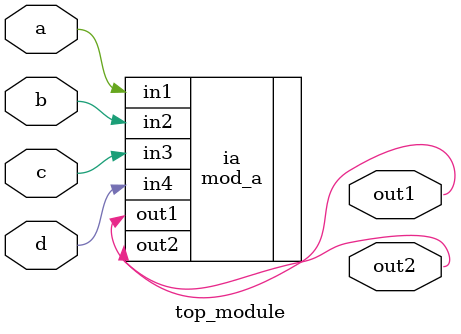
<source format=sv>
module top_module ( 
    input a, 
    input b, 
    input c,
    input d,
    output out1,
    output out2
);
    mod_a ia(.in1(a), .in2(b), .in3(c), .in4(d), .out1(out1), .out2(out2));
endmodule

</source>
